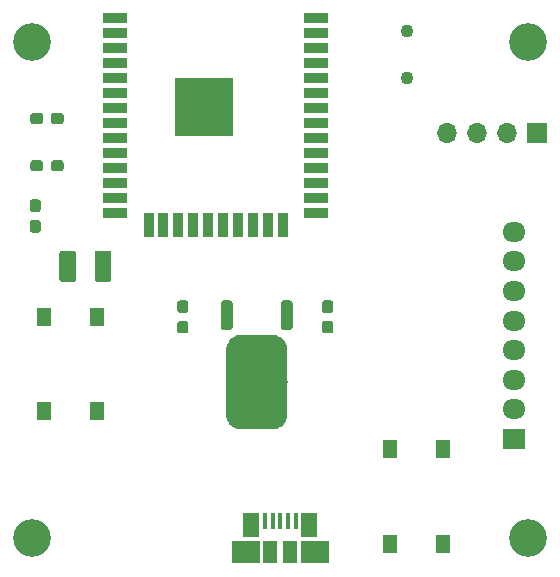
<source format=gts>
G04 #@! TF.GenerationSoftware,KiCad,Pcbnew,(5.0.0)*
G04 #@! TF.CreationDate,2019-09-16T11:16:57+09:00*
G04 #@! TF.ProjectId,ESP32,45535033322E6B696361645F70636200,rev?*
G04 #@! TF.SameCoordinates,Original*
G04 #@! TF.FileFunction,Soldermask,Top*
G04 #@! TF.FilePolarity,Negative*
%FSLAX46Y46*%
G04 Gerber Fmt 4.6, Leading zero omitted, Abs format (unit mm)*
G04 Created by KiCad (PCBNEW (5.0.0)) date 09/16/19 11:16:57*
%MOMM*%
%LPD*%
G01*
G04 APERTURE LIST*
%ADD10C,1.100000*%
%ADD11R,1.950000X1.700000*%
%ADD12O,1.950000X1.700000*%
%ADD13R,5.000000X5.000000*%
%ADD14R,2.000000X0.900000*%
%ADD15R,0.900000X2.000000*%
%ADD16C,3.200000*%
%ADD17C,0.100000*%
%ADD18C,0.950000*%
%ADD19R,0.450000X1.380000*%
%ADD20R,1.475000X2.100000*%
%ADD21R,2.375000X1.900000*%
%ADD22R,1.175000X1.900000*%
%ADD23R,1.700000X1.700000*%
%ADD24O,1.700000X1.700000*%
%ADD25C,1.425000*%
%ADD26R,1.300000X1.550000*%
%ADD27C,1.000000*%
%ADD28C,5.200000*%
G04 APERTURE END LIST*
D10*
G04 #@! TO.C,SW3*
X133750000Y-85050000D03*
X133750000Y-89050000D03*
G04 #@! TD*
D11*
G04 #@! TO.C,J2*
X142800000Y-119600000D03*
D12*
X142800000Y-117100000D03*
X142800000Y-114600000D03*
X142800000Y-112100000D03*
X142800000Y-109600000D03*
X142800000Y-107100000D03*
X142800000Y-104600000D03*
X142800000Y-102100000D03*
G04 #@! TD*
D13*
G04 #@! TO.C,U1*
X116550000Y-91550000D03*
D14*
X126045000Y-84020000D03*
X126045000Y-85290000D03*
X126045000Y-86560000D03*
X126045000Y-87830000D03*
X126045000Y-89100000D03*
X126045000Y-90370000D03*
X126045000Y-91640000D03*
X126045000Y-92910000D03*
X126045000Y-94180000D03*
X126045000Y-95450000D03*
X126045000Y-96720000D03*
X126045000Y-97990000D03*
X126045000Y-99260000D03*
X126045000Y-100530000D03*
D15*
X123265000Y-101550000D03*
X121995000Y-101550000D03*
X120725000Y-101550000D03*
X119445000Y-101550000D03*
X118185000Y-101550000D03*
X116915000Y-101550000D03*
X115645000Y-101550000D03*
X114375000Y-101550000D03*
X113105000Y-101550000D03*
X111845000Y-101550000D03*
D14*
X108995000Y-100530000D03*
X108995000Y-99260000D03*
X108995000Y-97990000D03*
X108995000Y-96720000D03*
X108995000Y-95450000D03*
X108995000Y-94180000D03*
X108995000Y-92910000D03*
X108995000Y-91640000D03*
X108995000Y-90370000D03*
X108995000Y-89100000D03*
X108995000Y-87830000D03*
X108995000Y-86560000D03*
X108995000Y-85290000D03*
X108995000Y-84020000D03*
G04 #@! TD*
D16*
G04 #@! TO.C,REF\002A\002A*
X144000000Y-128000000D03*
G04 #@! TD*
G04 #@! TO.C,REF\002A\002A*
X102000000Y-128000000D03*
G04 #@! TD*
G04 #@! TO.C,REF\002A\002A*
X144000000Y-86000000D03*
G04 #@! TD*
D17*
G04 #@! TO.C,C1*
G36*
X102685779Y-92026144D02*
X102708834Y-92029563D01*
X102731443Y-92035227D01*
X102753387Y-92043079D01*
X102774457Y-92053044D01*
X102794448Y-92065026D01*
X102813168Y-92078910D01*
X102830438Y-92094562D01*
X102846090Y-92111832D01*
X102859974Y-92130552D01*
X102871956Y-92150543D01*
X102881921Y-92171613D01*
X102889773Y-92193557D01*
X102895437Y-92216166D01*
X102898856Y-92239221D01*
X102900000Y-92262500D01*
X102900000Y-92737500D01*
X102898856Y-92760779D01*
X102895437Y-92783834D01*
X102889773Y-92806443D01*
X102881921Y-92828387D01*
X102871956Y-92849457D01*
X102859974Y-92869448D01*
X102846090Y-92888168D01*
X102830438Y-92905438D01*
X102813168Y-92921090D01*
X102794448Y-92934974D01*
X102774457Y-92946956D01*
X102753387Y-92956921D01*
X102731443Y-92964773D01*
X102708834Y-92970437D01*
X102685779Y-92973856D01*
X102662500Y-92975000D01*
X102087500Y-92975000D01*
X102064221Y-92973856D01*
X102041166Y-92970437D01*
X102018557Y-92964773D01*
X101996613Y-92956921D01*
X101975543Y-92946956D01*
X101955552Y-92934974D01*
X101936832Y-92921090D01*
X101919562Y-92905438D01*
X101903910Y-92888168D01*
X101890026Y-92869448D01*
X101878044Y-92849457D01*
X101868079Y-92828387D01*
X101860227Y-92806443D01*
X101854563Y-92783834D01*
X101851144Y-92760779D01*
X101850000Y-92737500D01*
X101850000Y-92262500D01*
X101851144Y-92239221D01*
X101854563Y-92216166D01*
X101860227Y-92193557D01*
X101868079Y-92171613D01*
X101878044Y-92150543D01*
X101890026Y-92130552D01*
X101903910Y-92111832D01*
X101919562Y-92094562D01*
X101936832Y-92078910D01*
X101955552Y-92065026D01*
X101975543Y-92053044D01*
X101996613Y-92043079D01*
X102018557Y-92035227D01*
X102041166Y-92029563D01*
X102064221Y-92026144D01*
X102087500Y-92025000D01*
X102662500Y-92025000D01*
X102685779Y-92026144D01*
X102685779Y-92026144D01*
G37*
D18*
X102375000Y-92500000D03*
D17*
G36*
X104435779Y-92026144D02*
X104458834Y-92029563D01*
X104481443Y-92035227D01*
X104503387Y-92043079D01*
X104524457Y-92053044D01*
X104544448Y-92065026D01*
X104563168Y-92078910D01*
X104580438Y-92094562D01*
X104596090Y-92111832D01*
X104609974Y-92130552D01*
X104621956Y-92150543D01*
X104631921Y-92171613D01*
X104639773Y-92193557D01*
X104645437Y-92216166D01*
X104648856Y-92239221D01*
X104650000Y-92262500D01*
X104650000Y-92737500D01*
X104648856Y-92760779D01*
X104645437Y-92783834D01*
X104639773Y-92806443D01*
X104631921Y-92828387D01*
X104621956Y-92849457D01*
X104609974Y-92869448D01*
X104596090Y-92888168D01*
X104580438Y-92905438D01*
X104563168Y-92921090D01*
X104544448Y-92934974D01*
X104524457Y-92946956D01*
X104503387Y-92956921D01*
X104481443Y-92964773D01*
X104458834Y-92970437D01*
X104435779Y-92973856D01*
X104412500Y-92975000D01*
X103837500Y-92975000D01*
X103814221Y-92973856D01*
X103791166Y-92970437D01*
X103768557Y-92964773D01*
X103746613Y-92956921D01*
X103725543Y-92946956D01*
X103705552Y-92934974D01*
X103686832Y-92921090D01*
X103669562Y-92905438D01*
X103653910Y-92888168D01*
X103640026Y-92869448D01*
X103628044Y-92849457D01*
X103618079Y-92828387D01*
X103610227Y-92806443D01*
X103604563Y-92783834D01*
X103601144Y-92760779D01*
X103600000Y-92737500D01*
X103600000Y-92262500D01*
X103601144Y-92239221D01*
X103604563Y-92216166D01*
X103610227Y-92193557D01*
X103618079Y-92171613D01*
X103628044Y-92150543D01*
X103640026Y-92130552D01*
X103653910Y-92111832D01*
X103669562Y-92094562D01*
X103686832Y-92078910D01*
X103705552Y-92065026D01*
X103725543Y-92053044D01*
X103746613Y-92043079D01*
X103768557Y-92035227D01*
X103791166Y-92029563D01*
X103814221Y-92026144D01*
X103837500Y-92025000D01*
X104412500Y-92025000D01*
X104435779Y-92026144D01*
X104435779Y-92026144D01*
G37*
D18*
X104125000Y-92500000D03*
G04 #@! TD*
D17*
G04 #@! TO.C,C2*
G36*
X102510779Y-99351144D02*
X102533834Y-99354563D01*
X102556443Y-99360227D01*
X102578387Y-99368079D01*
X102599457Y-99378044D01*
X102619448Y-99390026D01*
X102638168Y-99403910D01*
X102655438Y-99419562D01*
X102671090Y-99436832D01*
X102684974Y-99455552D01*
X102696956Y-99475543D01*
X102706921Y-99496613D01*
X102714773Y-99518557D01*
X102720437Y-99541166D01*
X102723856Y-99564221D01*
X102725000Y-99587500D01*
X102725000Y-100162500D01*
X102723856Y-100185779D01*
X102720437Y-100208834D01*
X102714773Y-100231443D01*
X102706921Y-100253387D01*
X102696956Y-100274457D01*
X102684974Y-100294448D01*
X102671090Y-100313168D01*
X102655438Y-100330438D01*
X102638168Y-100346090D01*
X102619448Y-100359974D01*
X102599457Y-100371956D01*
X102578387Y-100381921D01*
X102556443Y-100389773D01*
X102533834Y-100395437D01*
X102510779Y-100398856D01*
X102487500Y-100400000D01*
X102012500Y-100400000D01*
X101989221Y-100398856D01*
X101966166Y-100395437D01*
X101943557Y-100389773D01*
X101921613Y-100381921D01*
X101900543Y-100371956D01*
X101880552Y-100359974D01*
X101861832Y-100346090D01*
X101844562Y-100330438D01*
X101828910Y-100313168D01*
X101815026Y-100294448D01*
X101803044Y-100274457D01*
X101793079Y-100253387D01*
X101785227Y-100231443D01*
X101779563Y-100208834D01*
X101776144Y-100185779D01*
X101775000Y-100162500D01*
X101775000Y-99587500D01*
X101776144Y-99564221D01*
X101779563Y-99541166D01*
X101785227Y-99518557D01*
X101793079Y-99496613D01*
X101803044Y-99475543D01*
X101815026Y-99455552D01*
X101828910Y-99436832D01*
X101844562Y-99419562D01*
X101861832Y-99403910D01*
X101880552Y-99390026D01*
X101900543Y-99378044D01*
X101921613Y-99368079D01*
X101943557Y-99360227D01*
X101966166Y-99354563D01*
X101989221Y-99351144D01*
X102012500Y-99350000D01*
X102487500Y-99350000D01*
X102510779Y-99351144D01*
X102510779Y-99351144D01*
G37*
D18*
X102250000Y-99875000D03*
D17*
G36*
X102510779Y-101101144D02*
X102533834Y-101104563D01*
X102556443Y-101110227D01*
X102578387Y-101118079D01*
X102599457Y-101128044D01*
X102619448Y-101140026D01*
X102638168Y-101153910D01*
X102655438Y-101169562D01*
X102671090Y-101186832D01*
X102684974Y-101205552D01*
X102696956Y-101225543D01*
X102706921Y-101246613D01*
X102714773Y-101268557D01*
X102720437Y-101291166D01*
X102723856Y-101314221D01*
X102725000Y-101337500D01*
X102725000Y-101912500D01*
X102723856Y-101935779D01*
X102720437Y-101958834D01*
X102714773Y-101981443D01*
X102706921Y-102003387D01*
X102696956Y-102024457D01*
X102684974Y-102044448D01*
X102671090Y-102063168D01*
X102655438Y-102080438D01*
X102638168Y-102096090D01*
X102619448Y-102109974D01*
X102599457Y-102121956D01*
X102578387Y-102131921D01*
X102556443Y-102139773D01*
X102533834Y-102145437D01*
X102510779Y-102148856D01*
X102487500Y-102150000D01*
X102012500Y-102150000D01*
X101989221Y-102148856D01*
X101966166Y-102145437D01*
X101943557Y-102139773D01*
X101921613Y-102131921D01*
X101900543Y-102121956D01*
X101880552Y-102109974D01*
X101861832Y-102096090D01*
X101844562Y-102080438D01*
X101828910Y-102063168D01*
X101815026Y-102044448D01*
X101803044Y-102024457D01*
X101793079Y-102003387D01*
X101785227Y-101981443D01*
X101779563Y-101958834D01*
X101776144Y-101935779D01*
X101775000Y-101912500D01*
X101775000Y-101337500D01*
X101776144Y-101314221D01*
X101779563Y-101291166D01*
X101785227Y-101268557D01*
X101793079Y-101246613D01*
X101803044Y-101225543D01*
X101815026Y-101205552D01*
X101828910Y-101186832D01*
X101844562Y-101169562D01*
X101861832Y-101153910D01*
X101880552Y-101140026D01*
X101900543Y-101128044D01*
X101921613Y-101118079D01*
X101943557Y-101110227D01*
X101966166Y-101104563D01*
X101989221Y-101101144D01*
X102012500Y-101100000D01*
X102487500Y-101100000D01*
X102510779Y-101101144D01*
X102510779Y-101101144D01*
G37*
D18*
X102250000Y-101625000D03*
G04 #@! TD*
D17*
G04 #@! TO.C,C3*
G36*
X104435779Y-96026144D02*
X104458834Y-96029563D01*
X104481443Y-96035227D01*
X104503387Y-96043079D01*
X104524457Y-96053044D01*
X104544448Y-96065026D01*
X104563168Y-96078910D01*
X104580438Y-96094562D01*
X104596090Y-96111832D01*
X104609974Y-96130552D01*
X104621956Y-96150543D01*
X104631921Y-96171613D01*
X104639773Y-96193557D01*
X104645437Y-96216166D01*
X104648856Y-96239221D01*
X104650000Y-96262500D01*
X104650000Y-96737500D01*
X104648856Y-96760779D01*
X104645437Y-96783834D01*
X104639773Y-96806443D01*
X104631921Y-96828387D01*
X104621956Y-96849457D01*
X104609974Y-96869448D01*
X104596090Y-96888168D01*
X104580438Y-96905438D01*
X104563168Y-96921090D01*
X104544448Y-96934974D01*
X104524457Y-96946956D01*
X104503387Y-96956921D01*
X104481443Y-96964773D01*
X104458834Y-96970437D01*
X104435779Y-96973856D01*
X104412500Y-96975000D01*
X103837500Y-96975000D01*
X103814221Y-96973856D01*
X103791166Y-96970437D01*
X103768557Y-96964773D01*
X103746613Y-96956921D01*
X103725543Y-96946956D01*
X103705552Y-96934974D01*
X103686832Y-96921090D01*
X103669562Y-96905438D01*
X103653910Y-96888168D01*
X103640026Y-96869448D01*
X103628044Y-96849457D01*
X103618079Y-96828387D01*
X103610227Y-96806443D01*
X103604563Y-96783834D01*
X103601144Y-96760779D01*
X103600000Y-96737500D01*
X103600000Y-96262500D01*
X103601144Y-96239221D01*
X103604563Y-96216166D01*
X103610227Y-96193557D01*
X103618079Y-96171613D01*
X103628044Y-96150543D01*
X103640026Y-96130552D01*
X103653910Y-96111832D01*
X103669562Y-96094562D01*
X103686832Y-96078910D01*
X103705552Y-96065026D01*
X103725543Y-96053044D01*
X103746613Y-96043079D01*
X103768557Y-96035227D01*
X103791166Y-96029563D01*
X103814221Y-96026144D01*
X103837500Y-96025000D01*
X104412500Y-96025000D01*
X104435779Y-96026144D01*
X104435779Y-96026144D01*
G37*
D18*
X104125000Y-96500000D03*
D17*
G36*
X102685779Y-96026144D02*
X102708834Y-96029563D01*
X102731443Y-96035227D01*
X102753387Y-96043079D01*
X102774457Y-96053044D01*
X102794448Y-96065026D01*
X102813168Y-96078910D01*
X102830438Y-96094562D01*
X102846090Y-96111832D01*
X102859974Y-96130552D01*
X102871956Y-96150543D01*
X102881921Y-96171613D01*
X102889773Y-96193557D01*
X102895437Y-96216166D01*
X102898856Y-96239221D01*
X102900000Y-96262500D01*
X102900000Y-96737500D01*
X102898856Y-96760779D01*
X102895437Y-96783834D01*
X102889773Y-96806443D01*
X102881921Y-96828387D01*
X102871956Y-96849457D01*
X102859974Y-96869448D01*
X102846090Y-96888168D01*
X102830438Y-96905438D01*
X102813168Y-96921090D01*
X102794448Y-96934974D01*
X102774457Y-96946956D01*
X102753387Y-96956921D01*
X102731443Y-96964773D01*
X102708834Y-96970437D01*
X102685779Y-96973856D01*
X102662500Y-96975000D01*
X102087500Y-96975000D01*
X102064221Y-96973856D01*
X102041166Y-96970437D01*
X102018557Y-96964773D01*
X101996613Y-96956921D01*
X101975543Y-96946956D01*
X101955552Y-96934974D01*
X101936832Y-96921090D01*
X101919562Y-96905438D01*
X101903910Y-96888168D01*
X101890026Y-96869448D01*
X101878044Y-96849457D01*
X101868079Y-96828387D01*
X101860227Y-96806443D01*
X101854563Y-96783834D01*
X101851144Y-96760779D01*
X101850000Y-96737500D01*
X101850000Y-96262500D01*
X101851144Y-96239221D01*
X101854563Y-96216166D01*
X101860227Y-96193557D01*
X101868079Y-96171613D01*
X101878044Y-96150543D01*
X101890026Y-96130552D01*
X101903910Y-96111832D01*
X101919562Y-96094562D01*
X101936832Y-96078910D01*
X101955552Y-96065026D01*
X101975543Y-96053044D01*
X101996613Y-96043079D01*
X102018557Y-96035227D01*
X102041166Y-96029563D01*
X102064221Y-96026144D01*
X102087500Y-96025000D01*
X102662500Y-96025000D01*
X102685779Y-96026144D01*
X102685779Y-96026144D01*
G37*
D18*
X102375000Y-96500000D03*
G04 #@! TD*
D17*
G04 #@! TO.C,C4*
G36*
X127263386Y-107899691D02*
X127286441Y-107903110D01*
X127309050Y-107908774D01*
X127330994Y-107916626D01*
X127352064Y-107926591D01*
X127372055Y-107938573D01*
X127390775Y-107952457D01*
X127408045Y-107968109D01*
X127423697Y-107985379D01*
X127437581Y-108004099D01*
X127449563Y-108024090D01*
X127459528Y-108045160D01*
X127467380Y-108067104D01*
X127473044Y-108089713D01*
X127476463Y-108112768D01*
X127477607Y-108136047D01*
X127477607Y-108711047D01*
X127476463Y-108734326D01*
X127473044Y-108757381D01*
X127467380Y-108779990D01*
X127459528Y-108801934D01*
X127449563Y-108823004D01*
X127437581Y-108842995D01*
X127423697Y-108861715D01*
X127408045Y-108878985D01*
X127390775Y-108894637D01*
X127372055Y-108908521D01*
X127352064Y-108920503D01*
X127330994Y-108930468D01*
X127309050Y-108938320D01*
X127286441Y-108943984D01*
X127263386Y-108947403D01*
X127240107Y-108948547D01*
X126765107Y-108948547D01*
X126741828Y-108947403D01*
X126718773Y-108943984D01*
X126696164Y-108938320D01*
X126674220Y-108930468D01*
X126653150Y-108920503D01*
X126633159Y-108908521D01*
X126614439Y-108894637D01*
X126597169Y-108878985D01*
X126581517Y-108861715D01*
X126567633Y-108842995D01*
X126555651Y-108823004D01*
X126545686Y-108801934D01*
X126537834Y-108779990D01*
X126532170Y-108757381D01*
X126528751Y-108734326D01*
X126527607Y-108711047D01*
X126527607Y-108136047D01*
X126528751Y-108112768D01*
X126532170Y-108089713D01*
X126537834Y-108067104D01*
X126545686Y-108045160D01*
X126555651Y-108024090D01*
X126567633Y-108004099D01*
X126581517Y-107985379D01*
X126597169Y-107968109D01*
X126614439Y-107952457D01*
X126633159Y-107938573D01*
X126653150Y-107926591D01*
X126674220Y-107916626D01*
X126696164Y-107908774D01*
X126718773Y-107903110D01*
X126741828Y-107899691D01*
X126765107Y-107898547D01*
X127240107Y-107898547D01*
X127263386Y-107899691D01*
X127263386Y-107899691D01*
G37*
D18*
X127002607Y-108423547D03*
D17*
G36*
X127263386Y-109649691D02*
X127286441Y-109653110D01*
X127309050Y-109658774D01*
X127330994Y-109666626D01*
X127352064Y-109676591D01*
X127372055Y-109688573D01*
X127390775Y-109702457D01*
X127408045Y-109718109D01*
X127423697Y-109735379D01*
X127437581Y-109754099D01*
X127449563Y-109774090D01*
X127459528Y-109795160D01*
X127467380Y-109817104D01*
X127473044Y-109839713D01*
X127476463Y-109862768D01*
X127477607Y-109886047D01*
X127477607Y-110461047D01*
X127476463Y-110484326D01*
X127473044Y-110507381D01*
X127467380Y-110529990D01*
X127459528Y-110551934D01*
X127449563Y-110573004D01*
X127437581Y-110592995D01*
X127423697Y-110611715D01*
X127408045Y-110628985D01*
X127390775Y-110644637D01*
X127372055Y-110658521D01*
X127352064Y-110670503D01*
X127330994Y-110680468D01*
X127309050Y-110688320D01*
X127286441Y-110693984D01*
X127263386Y-110697403D01*
X127240107Y-110698547D01*
X126765107Y-110698547D01*
X126741828Y-110697403D01*
X126718773Y-110693984D01*
X126696164Y-110688320D01*
X126674220Y-110680468D01*
X126653150Y-110670503D01*
X126633159Y-110658521D01*
X126614439Y-110644637D01*
X126597169Y-110628985D01*
X126581517Y-110611715D01*
X126567633Y-110592995D01*
X126555651Y-110573004D01*
X126545686Y-110551934D01*
X126537834Y-110529990D01*
X126532170Y-110507381D01*
X126528751Y-110484326D01*
X126527607Y-110461047D01*
X126527607Y-109886047D01*
X126528751Y-109862768D01*
X126532170Y-109839713D01*
X126537834Y-109817104D01*
X126545686Y-109795160D01*
X126555651Y-109774090D01*
X126567633Y-109754099D01*
X126581517Y-109735379D01*
X126597169Y-109718109D01*
X126614439Y-109702457D01*
X126633159Y-109688573D01*
X126653150Y-109676591D01*
X126674220Y-109666626D01*
X126696164Y-109658774D01*
X126718773Y-109653110D01*
X126741828Y-109649691D01*
X126765107Y-109648547D01*
X127240107Y-109648547D01*
X127263386Y-109649691D01*
X127263386Y-109649691D01*
G37*
D18*
X127002607Y-110173547D03*
G04 #@! TD*
D17*
G04 #@! TO.C,C5*
G36*
X115013386Y-109649691D02*
X115036441Y-109653110D01*
X115059050Y-109658774D01*
X115080994Y-109666626D01*
X115102064Y-109676591D01*
X115122055Y-109688573D01*
X115140775Y-109702457D01*
X115158045Y-109718109D01*
X115173697Y-109735379D01*
X115187581Y-109754099D01*
X115199563Y-109774090D01*
X115209528Y-109795160D01*
X115217380Y-109817104D01*
X115223044Y-109839713D01*
X115226463Y-109862768D01*
X115227607Y-109886047D01*
X115227607Y-110461047D01*
X115226463Y-110484326D01*
X115223044Y-110507381D01*
X115217380Y-110529990D01*
X115209528Y-110551934D01*
X115199563Y-110573004D01*
X115187581Y-110592995D01*
X115173697Y-110611715D01*
X115158045Y-110628985D01*
X115140775Y-110644637D01*
X115122055Y-110658521D01*
X115102064Y-110670503D01*
X115080994Y-110680468D01*
X115059050Y-110688320D01*
X115036441Y-110693984D01*
X115013386Y-110697403D01*
X114990107Y-110698547D01*
X114515107Y-110698547D01*
X114491828Y-110697403D01*
X114468773Y-110693984D01*
X114446164Y-110688320D01*
X114424220Y-110680468D01*
X114403150Y-110670503D01*
X114383159Y-110658521D01*
X114364439Y-110644637D01*
X114347169Y-110628985D01*
X114331517Y-110611715D01*
X114317633Y-110592995D01*
X114305651Y-110573004D01*
X114295686Y-110551934D01*
X114287834Y-110529990D01*
X114282170Y-110507381D01*
X114278751Y-110484326D01*
X114277607Y-110461047D01*
X114277607Y-109886047D01*
X114278751Y-109862768D01*
X114282170Y-109839713D01*
X114287834Y-109817104D01*
X114295686Y-109795160D01*
X114305651Y-109774090D01*
X114317633Y-109754099D01*
X114331517Y-109735379D01*
X114347169Y-109718109D01*
X114364439Y-109702457D01*
X114383159Y-109688573D01*
X114403150Y-109676591D01*
X114424220Y-109666626D01*
X114446164Y-109658774D01*
X114468773Y-109653110D01*
X114491828Y-109649691D01*
X114515107Y-109648547D01*
X114990107Y-109648547D01*
X115013386Y-109649691D01*
X115013386Y-109649691D01*
G37*
D18*
X114752607Y-110173547D03*
D17*
G36*
X115013386Y-107899691D02*
X115036441Y-107903110D01*
X115059050Y-107908774D01*
X115080994Y-107916626D01*
X115102064Y-107926591D01*
X115122055Y-107938573D01*
X115140775Y-107952457D01*
X115158045Y-107968109D01*
X115173697Y-107985379D01*
X115187581Y-108004099D01*
X115199563Y-108024090D01*
X115209528Y-108045160D01*
X115217380Y-108067104D01*
X115223044Y-108089713D01*
X115226463Y-108112768D01*
X115227607Y-108136047D01*
X115227607Y-108711047D01*
X115226463Y-108734326D01*
X115223044Y-108757381D01*
X115217380Y-108779990D01*
X115209528Y-108801934D01*
X115199563Y-108823004D01*
X115187581Y-108842995D01*
X115173697Y-108861715D01*
X115158045Y-108878985D01*
X115140775Y-108894637D01*
X115122055Y-108908521D01*
X115102064Y-108920503D01*
X115080994Y-108930468D01*
X115059050Y-108938320D01*
X115036441Y-108943984D01*
X115013386Y-108947403D01*
X114990107Y-108948547D01*
X114515107Y-108948547D01*
X114491828Y-108947403D01*
X114468773Y-108943984D01*
X114446164Y-108938320D01*
X114424220Y-108930468D01*
X114403150Y-108920503D01*
X114383159Y-108908521D01*
X114364439Y-108894637D01*
X114347169Y-108878985D01*
X114331517Y-108861715D01*
X114317633Y-108842995D01*
X114305651Y-108823004D01*
X114295686Y-108801934D01*
X114287834Y-108779990D01*
X114282170Y-108757381D01*
X114278751Y-108734326D01*
X114277607Y-108711047D01*
X114277607Y-108136047D01*
X114278751Y-108112768D01*
X114282170Y-108089713D01*
X114287834Y-108067104D01*
X114295686Y-108045160D01*
X114305651Y-108024090D01*
X114317633Y-108004099D01*
X114331517Y-107985379D01*
X114347169Y-107968109D01*
X114364439Y-107952457D01*
X114383159Y-107938573D01*
X114403150Y-107926591D01*
X114424220Y-107916626D01*
X114446164Y-107908774D01*
X114468773Y-107903110D01*
X114491828Y-107899691D01*
X114515107Y-107898547D01*
X114990107Y-107898547D01*
X115013386Y-107899691D01*
X115013386Y-107899691D01*
G37*
D18*
X114752607Y-108423547D03*
G04 #@! TD*
D19*
G04 #@! TO.C,J1*
X121700000Y-126540000D03*
X122350000Y-126540000D03*
X123000000Y-126540000D03*
X123650000Y-126540000D03*
X124300000Y-126540000D03*
D20*
X120537500Y-126900000D03*
X125462500Y-126900000D03*
D21*
X120090000Y-129200000D03*
X125910000Y-129200000D03*
D22*
X122160000Y-129200000D03*
X123840000Y-129200000D03*
G04 #@! TD*
D23*
G04 #@! TO.C,J3*
X144750000Y-93750000D03*
D24*
X142210000Y-93750000D03*
X139670000Y-93750000D03*
X137130000Y-93750000D03*
G04 #@! TD*
D17*
G04 #@! TO.C,R1*
G36*
X105499504Y-103676204D02*
X105523773Y-103679804D01*
X105547571Y-103685765D01*
X105570671Y-103694030D01*
X105592849Y-103704520D01*
X105613893Y-103717133D01*
X105633598Y-103731747D01*
X105651777Y-103748223D01*
X105668253Y-103766402D01*
X105682867Y-103786107D01*
X105695480Y-103807151D01*
X105705970Y-103829329D01*
X105714235Y-103852429D01*
X105720196Y-103876227D01*
X105723796Y-103900496D01*
X105725000Y-103925000D01*
X105725000Y-106075000D01*
X105723796Y-106099504D01*
X105720196Y-106123773D01*
X105714235Y-106147571D01*
X105705970Y-106170671D01*
X105695480Y-106192849D01*
X105682867Y-106213893D01*
X105668253Y-106233598D01*
X105651777Y-106251777D01*
X105633598Y-106268253D01*
X105613893Y-106282867D01*
X105592849Y-106295480D01*
X105570671Y-106305970D01*
X105547571Y-106314235D01*
X105523773Y-106320196D01*
X105499504Y-106323796D01*
X105475000Y-106325000D01*
X104550000Y-106325000D01*
X104525496Y-106323796D01*
X104501227Y-106320196D01*
X104477429Y-106314235D01*
X104454329Y-106305970D01*
X104432151Y-106295480D01*
X104411107Y-106282867D01*
X104391402Y-106268253D01*
X104373223Y-106251777D01*
X104356747Y-106233598D01*
X104342133Y-106213893D01*
X104329520Y-106192849D01*
X104319030Y-106170671D01*
X104310765Y-106147571D01*
X104304804Y-106123773D01*
X104301204Y-106099504D01*
X104300000Y-106075000D01*
X104300000Y-103925000D01*
X104301204Y-103900496D01*
X104304804Y-103876227D01*
X104310765Y-103852429D01*
X104319030Y-103829329D01*
X104329520Y-103807151D01*
X104342133Y-103786107D01*
X104356747Y-103766402D01*
X104373223Y-103748223D01*
X104391402Y-103731747D01*
X104411107Y-103717133D01*
X104432151Y-103704520D01*
X104454329Y-103694030D01*
X104477429Y-103685765D01*
X104501227Y-103679804D01*
X104525496Y-103676204D01*
X104550000Y-103675000D01*
X105475000Y-103675000D01*
X105499504Y-103676204D01*
X105499504Y-103676204D01*
G37*
D25*
X105012500Y-105000000D03*
D17*
G36*
X108474504Y-103676204D02*
X108498773Y-103679804D01*
X108522571Y-103685765D01*
X108545671Y-103694030D01*
X108567849Y-103704520D01*
X108588893Y-103717133D01*
X108608598Y-103731747D01*
X108626777Y-103748223D01*
X108643253Y-103766402D01*
X108657867Y-103786107D01*
X108670480Y-103807151D01*
X108680970Y-103829329D01*
X108689235Y-103852429D01*
X108695196Y-103876227D01*
X108698796Y-103900496D01*
X108700000Y-103925000D01*
X108700000Y-106075000D01*
X108698796Y-106099504D01*
X108695196Y-106123773D01*
X108689235Y-106147571D01*
X108680970Y-106170671D01*
X108670480Y-106192849D01*
X108657867Y-106213893D01*
X108643253Y-106233598D01*
X108626777Y-106251777D01*
X108608598Y-106268253D01*
X108588893Y-106282867D01*
X108567849Y-106295480D01*
X108545671Y-106305970D01*
X108522571Y-106314235D01*
X108498773Y-106320196D01*
X108474504Y-106323796D01*
X108450000Y-106325000D01*
X107525000Y-106325000D01*
X107500496Y-106323796D01*
X107476227Y-106320196D01*
X107452429Y-106314235D01*
X107429329Y-106305970D01*
X107407151Y-106295480D01*
X107386107Y-106282867D01*
X107366402Y-106268253D01*
X107348223Y-106251777D01*
X107331747Y-106233598D01*
X107317133Y-106213893D01*
X107304520Y-106192849D01*
X107294030Y-106170671D01*
X107285765Y-106147571D01*
X107279804Y-106123773D01*
X107276204Y-106099504D01*
X107275000Y-106075000D01*
X107275000Y-103925000D01*
X107276204Y-103900496D01*
X107279804Y-103876227D01*
X107285765Y-103852429D01*
X107294030Y-103829329D01*
X107304520Y-103807151D01*
X107317133Y-103786107D01*
X107331747Y-103766402D01*
X107348223Y-103748223D01*
X107366402Y-103731747D01*
X107386107Y-103717133D01*
X107407151Y-103704520D01*
X107429329Y-103694030D01*
X107452429Y-103685765D01*
X107476227Y-103679804D01*
X107500496Y-103676204D01*
X107525000Y-103675000D01*
X108450000Y-103675000D01*
X108474504Y-103676204D01*
X108474504Y-103676204D01*
G37*
D25*
X107987500Y-105000000D03*
G04 #@! TD*
D26*
G04 #@! TO.C,SW1*
X103000000Y-109270000D03*
X107500000Y-109270000D03*
X107500000Y-117230000D03*
X103000000Y-117230000D03*
G04 #@! TD*
G04 #@! TO.C,SW2*
X132250000Y-128480000D03*
X136750000Y-128480000D03*
X136750000Y-120520000D03*
X132250000Y-120520000D03*
G04 #@! TD*
D17*
G04 #@! TO.C,U2*
G36*
X123817111Y-107902251D02*
X123841380Y-107905851D01*
X123865178Y-107911812D01*
X123888278Y-107920077D01*
X123910456Y-107930567D01*
X123931500Y-107943180D01*
X123951205Y-107957794D01*
X123969384Y-107974270D01*
X123985860Y-107992449D01*
X124000474Y-108012154D01*
X124013087Y-108033198D01*
X124023577Y-108055376D01*
X124031842Y-108078476D01*
X124037803Y-108102274D01*
X124041403Y-108126543D01*
X124042607Y-108151047D01*
X124042607Y-110151047D01*
X124041403Y-110175551D01*
X124037803Y-110199820D01*
X124031842Y-110223618D01*
X124023577Y-110246718D01*
X124013087Y-110268896D01*
X124000474Y-110289940D01*
X123985860Y-110309645D01*
X123969384Y-110327824D01*
X123951205Y-110344300D01*
X123931500Y-110358914D01*
X123910456Y-110371527D01*
X123888278Y-110382017D01*
X123865178Y-110390282D01*
X123841380Y-110396243D01*
X123817111Y-110399843D01*
X123792607Y-110401047D01*
X123292607Y-110401047D01*
X123268103Y-110399843D01*
X123243834Y-110396243D01*
X123220036Y-110390282D01*
X123196936Y-110382017D01*
X123174758Y-110371527D01*
X123153714Y-110358914D01*
X123134009Y-110344300D01*
X123115830Y-110327824D01*
X123099354Y-110309645D01*
X123084740Y-110289940D01*
X123072127Y-110268896D01*
X123061637Y-110246718D01*
X123053372Y-110223618D01*
X123047411Y-110199820D01*
X123043811Y-110175551D01*
X123042607Y-110151047D01*
X123042607Y-108151047D01*
X123043811Y-108126543D01*
X123047411Y-108102274D01*
X123053372Y-108078476D01*
X123061637Y-108055376D01*
X123072127Y-108033198D01*
X123084740Y-108012154D01*
X123099354Y-107992449D01*
X123115830Y-107974270D01*
X123134009Y-107957794D01*
X123153714Y-107943180D01*
X123174758Y-107930567D01*
X123196936Y-107920077D01*
X123220036Y-107911812D01*
X123243834Y-107905851D01*
X123268103Y-107902251D01*
X123292607Y-107901047D01*
X123792607Y-107901047D01*
X123817111Y-107902251D01*
X123817111Y-107902251D01*
G37*
D27*
X123542607Y-109151047D03*
D17*
G36*
X122430029Y-110808807D02*
X122556224Y-110827526D01*
X122679977Y-110858525D01*
X122800095Y-110901504D01*
X122915423Y-110956049D01*
X123024848Y-111021637D01*
X123127318Y-111097633D01*
X123221846Y-111183308D01*
X123307521Y-111277836D01*
X123383517Y-111380306D01*
X123449105Y-111489731D01*
X123503650Y-111605059D01*
X123546629Y-111725177D01*
X123577628Y-111848930D01*
X123596347Y-111975125D01*
X123602607Y-112102547D01*
X123602607Y-117502547D01*
X123596347Y-117629969D01*
X123577628Y-117756164D01*
X123546629Y-117879917D01*
X123503650Y-118000035D01*
X123449105Y-118115363D01*
X123383517Y-118224788D01*
X123307521Y-118327258D01*
X123221846Y-118421786D01*
X123127318Y-118507461D01*
X123024848Y-118583457D01*
X122915423Y-118649045D01*
X122800095Y-118703590D01*
X122679977Y-118746569D01*
X122556224Y-118777568D01*
X122430029Y-118796287D01*
X122302607Y-118802547D01*
X119702607Y-118802547D01*
X119575185Y-118796287D01*
X119448990Y-118777568D01*
X119325237Y-118746569D01*
X119205119Y-118703590D01*
X119089791Y-118649045D01*
X118980366Y-118583457D01*
X118877896Y-118507461D01*
X118783368Y-118421786D01*
X118697693Y-118327258D01*
X118621697Y-118224788D01*
X118556109Y-118115363D01*
X118501564Y-118000035D01*
X118458585Y-117879917D01*
X118427586Y-117756164D01*
X118408867Y-117629969D01*
X118402607Y-117502547D01*
X118402607Y-112102547D01*
X118408867Y-111975125D01*
X118427586Y-111848930D01*
X118458585Y-111725177D01*
X118501564Y-111605059D01*
X118556109Y-111489731D01*
X118621697Y-111380306D01*
X118697693Y-111277836D01*
X118783368Y-111183308D01*
X118877896Y-111097633D01*
X118980366Y-111021637D01*
X119089791Y-110956049D01*
X119205119Y-110901504D01*
X119325237Y-110858525D01*
X119448990Y-110827526D01*
X119575185Y-110808807D01*
X119702607Y-110802547D01*
X122302607Y-110802547D01*
X122430029Y-110808807D01*
X122430029Y-110808807D01*
G37*
D28*
X121002607Y-114802547D03*
D17*
G36*
X118737111Y-107902251D02*
X118761380Y-107905851D01*
X118785178Y-107911812D01*
X118808278Y-107920077D01*
X118830456Y-107930567D01*
X118851500Y-107943180D01*
X118871205Y-107957794D01*
X118889384Y-107974270D01*
X118905860Y-107992449D01*
X118920474Y-108012154D01*
X118933087Y-108033198D01*
X118943577Y-108055376D01*
X118951842Y-108078476D01*
X118957803Y-108102274D01*
X118961403Y-108126543D01*
X118962607Y-108151047D01*
X118962607Y-110151047D01*
X118961403Y-110175551D01*
X118957803Y-110199820D01*
X118951842Y-110223618D01*
X118943577Y-110246718D01*
X118933087Y-110268896D01*
X118920474Y-110289940D01*
X118905860Y-110309645D01*
X118889384Y-110327824D01*
X118871205Y-110344300D01*
X118851500Y-110358914D01*
X118830456Y-110371527D01*
X118808278Y-110382017D01*
X118785178Y-110390282D01*
X118761380Y-110396243D01*
X118737111Y-110399843D01*
X118712607Y-110401047D01*
X118212607Y-110401047D01*
X118188103Y-110399843D01*
X118163834Y-110396243D01*
X118140036Y-110390282D01*
X118116936Y-110382017D01*
X118094758Y-110371527D01*
X118073714Y-110358914D01*
X118054009Y-110344300D01*
X118035830Y-110327824D01*
X118019354Y-110309645D01*
X118004740Y-110289940D01*
X117992127Y-110268896D01*
X117981637Y-110246718D01*
X117973372Y-110223618D01*
X117967411Y-110199820D01*
X117963811Y-110175551D01*
X117962607Y-110151047D01*
X117962607Y-108151047D01*
X117963811Y-108126543D01*
X117967411Y-108102274D01*
X117973372Y-108078476D01*
X117981637Y-108055376D01*
X117992127Y-108033198D01*
X118004740Y-108012154D01*
X118019354Y-107992449D01*
X118035830Y-107974270D01*
X118054009Y-107957794D01*
X118073714Y-107943180D01*
X118094758Y-107930567D01*
X118116936Y-107920077D01*
X118140036Y-107911812D01*
X118163834Y-107905851D01*
X118188103Y-107902251D01*
X118212607Y-107901047D01*
X118712607Y-107901047D01*
X118737111Y-107902251D01*
X118737111Y-107902251D01*
G37*
D27*
X118462607Y-109151047D03*
G04 #@! TD*
D16*
G04 #@! TO.C,REF\002A\002A*
X102000000Y-86000000D03*
G04 #@! TD*
M02*

</source>
